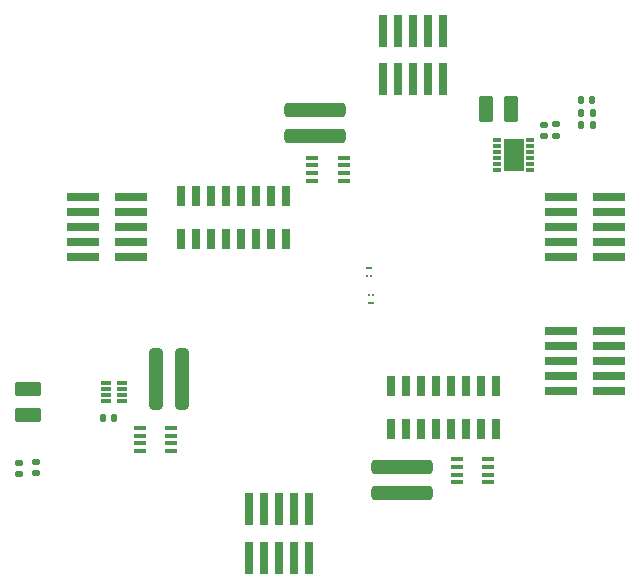
<source format=gbp>
G04 #@! TF.GenerationSoftware,KiCad,Pcbnew,7.0.2*
G04 #@! TF.CreationDate,2023-06-06T15:13:29-04:00*
G04 #@! TF.ProjectId,baseplate,62617365-706c-4617-9465-2e6b69636164,rev?*
G04 #@! TF.SameCoordinates,Original*
G04 #@! TF.FileFunction,Paste,Bot*
G04 #@! TF.FilePolarity,Positive*
%FSLAX46Y46*%
G04 Gerber Fmt 4.6, Leading zero omitted, Abs format (unit mm)*
G04 Created by KiCad (PCBNEW 7.0.2) date 2023-06-06 15:13:29*
%MOMM*%
%LPD*%
G01*
G04 APERTURE LIST*
G04 Aperture macros list*
%AMRoundRect*
0 Rectangle with rounded corners*
0 $1 Rounding radius*
0 $2 $3 $4 $5 $6 $7 $8 $9 X,Y pos of 4 corners*
0 Add a 4 corners polygon primitive as box body*
4,1,4,$2,$3,$4,$5,$6,$7,$8,$9,$2,$3,0*
0 Add four circle primitives for the rounded corners*
1,1,$1+$1,$2,$3*
1,1,$1+$1,$4,$5*
1,1,$1+$1,$6,$7*
1,1,$1+$1,$8,$9*
0 Add four rect primitives between the rounded corners*
20,1,$1+$1,$2,$3,$4,$5,0*
20,1,$1+$1,$4,$5,$6,$7,0*
20,1,$1+$1,$6,$7,$8,$9,0*
20,1,$1+$1,$8,$9,$2,$3,0*%
G04 Aperture macros list end*
%ADD10R,0.736600X1.676400*%
%ADD11RoundRect,0.140000X-0.170000X0.140000X-0.170000X-0.140000X0.170000X-0.140000X0.170000X0.140000X0*%
%ADD12RoundRect,0.140000X-0.140000X-0.170000X0.140000X-0.170000X0.140000X0.170000X-0.140000X0.170000X0*%
%ADD13RoundRect,0.250000X2.350000X-0.325000X2.350000X0.325000X-2.350000X0.325000X-2.350000X-0.325000X0*%
%ADD14R,0.740000X2.790000*%
%ADD15RoundRect,0.008100X0.421900X0.126900X-0.421900X0.126900X-0.421900X-0.126900X0.421900X-0.126900X0*%
%ADD16R,0.650000X0.300000*%
%ADD17R,1.750000X2.750000*%
%ADD18RoundRect,0.140000X0.140000X0.170000X-0.140000X0.170000X-0.140000X-0.170000X0.140000X-0.170000X0*%
%ADD19R,0.150000X0.250000*%
%ADD20R,0.500000X0.250000*%
%ADD21R,2.790000X0.740000*%
%ADD22R,1.050000X0.450000*%
%ADD23RoundRect,0.250000X0.850000X-0.375000X0.850000X0.375000X-0.850000X0.375000X-0.850000X-0.375000X0*%
%ADD24RoundRect,0.250000X-0.325000X-2.350000X0.325000X-2.350000X0.325000X2.350000X-0.325000X2.350000X0*%
%ADD25RoundRect,0.250000X0.375000X0.850000X-0.375000X0.850000X-0.375000X-0.850000X0.375000X-0.850000X0*%
G04 APERTURE END LIST*
D10*
X109670000Y-70758500D03*
X109670000Y-74441500D03*
X108400000Y-70758500D03*
X108400000Y-74441500D03*
X107130000Y-70758500D03*
X107130000Y-74441500D03*
X105860000Y-70758500D03*
X105860000Y-74441500D03*
X104590000Y-70758500D03*
X104590000Y-74441500D03*
X103320000Y-70758500D03*
X103320000Y-74441500D03*
X102050000Y-70758500D03*
X102050000Y-74441500D03*
X100780000Y-70758500D03*
X100780000Y-74441500D03*
D11*
X70730000Y-77200000D03*
X70730000Y-78160000D03*
D12*
X116910000Y-46550000D03*
X117870000Y-46550000D03*
D13*
X94400000Y-49650000D03*
X94400000Y-47400000D03*
D12*
X116940000Y-47650000D03*
X117900000Y-47650000D03*
D14*
X105200000Y-44770000D03*
X105200000Y-40700000D03*
X103930000Y-44770000D03*
X103930000Y-40700000D03*
X102660000Y-44770000D03*
X102660000Y-40700000D03*
X101390000Y-44770000D03*
X101390000Y-40700000D03*
X100120000Y-44770000D03*
X100120000Y-40700000D03*
D11*
X69330000Y-77260000D03*
X69330000Y-78220000D03*
D15*
X78060000Y-70530000D03*
X78060000Y-71030000D03*
X78060000Y-71530000D03*
X78060000Y-72030000D03*
X76690000Y-72030000D03*
X76690000Y-71530000D03*
X76690000Y-71030000D03*
X76690000Y-70530000D03*
D16*
X112600000Y-49950000D03*
X112600000Y-50450000D03*
X112600000Y-50950000D03*
X112600000Y-51450000D03*
X112600000Y-51950000D03*
X112600000Y-52450000D03*
X109800000Y-52450000D03*
X109800000Y-51950000D03*
X109800000Y-51450000D03*
X109800000Y-50950000D03*
X109800000Y-50450000D03*
X109800000Y-49950000D03*
D17*
X111200000Y-51200000D03*
D18*
X77400000Y-73490000D03*
X76440000Y-73490000D03*
D11*
X113730000Y-48640000D03*
X113730000Y-49600000D03*
D19*
X98765000Y-61464000D03*
X99119000Y-61464000D03*
D20*
X98945000Y-60813000D03*
D21*
X119300000Y-54800000D03*
X115230000Y-54800000D03*
X119300000Y-56070000D03*
X115230000Y-56070000D03*
X119300000Y-57340000D03*
X115230000Y-57340000D03*
X119300000Y-58610000D03*
X115230000Y-58610000D03*
X119300000Y-59880000D03*
X115230000Y-59880000D03*
X78770000Y-54800000D03*
X74700000Y-54800000D03*
X78770000Y-56070000D03*
X74700000Y-56070000D03*
X78770000Y-57340000D03*
X74700000Y-57340000D03*
X78770000Y-58610000D03*
X74700000Y-58610000D03*
X78770000Y-59880000D03*
X74700000Y-59880000D03*
D22*
X96800000Y-51450000D03*
X96800000Y-52100000D03*
X96800000Y-52750000D03*
X96800000Y-53400000D03*
X94150000Y-53400000D03*
X94150000Y-52750000D03*
X94150000Y-52100000D03*
X94150000Y-51450000D03*
D13*
X101710000Y-79845000D03*
X101710000Y-77595000D03*
D21*
X119300000Y-66120000D03*
X115230000Y-66120000D03*
X119300000Y-67390000D03*
X115230000Y-67390000D03*
X119300000Y-68660000D03*
X115230000Y-68660000D03*
X119300000Y-69930000D03*
X115230000Y-69930000D03*
X119300000Y-71200000D03*
X115230000Y-71200000D03*
D23*
X70100000Y-73215000D03*
X70100000Y-71065000D03*
D22*
X82225000Y-74325000D03*
X82225000Y-74975000D03*
X82225000Y-75625000D03*
X82225000Y-76275000D03*
X79575000Y-76275000D03*
X79575000Y-75625000D03*
X79575000Y-74975000D03*
X79575000Y-74325000D03*
X109065000Y-78945000D03*
X109065000Y-78295000D03*
X109065000Y-77645000D03*
X109065000Y-76995000D03*
X106415000Y-76995000D03*
X106415000Y-77645000D03*
X106415000Y-78295000D03*
X106415000Y-78945000D03*
D24*
X80900000Y-70150000D03*
X83150000Y-70150000D03*
D14*
X93880000Y-85300000D03*
X93880000Y-81230000D03*
X92610000Y-85300000D03*
X92610000Y-81230000D03*
X91340000Y-85300000D03*
X91340000Y-81230000D03*
X90070000Y-85300000D03*
X90070000Y-81230000D03*
X88800000Y-85300000D03*
X88800000Y-81230000D03*
D25*
X111000000Y-47300000D03*
X108850000Y-47300000D03*
D12*
X116920000Y-48700000D03*
X117880000Y-48700000D03*
D11*
X114770000Y-48610000D03*
X114770000Y-49570000D03*
D10*
X91895000Y-54658500D03*
X91895000Y-58341500D03*
X90625000Y-54658500D03*
X90625000Y-58341500D03*
X89355000Y-54658500D03*
X89355000Y-58341500D03*
X88085000Y-54658500D03*
X88085000Y-58341500D03*
X86815000Y-54658500D03*
X86815000Y-58341500D03*
X85545000Y-54658500D03*
X85545000Y-58341500D03*
X84275000Y-54658500D03*
X84275000Y-58341500D03*
X83005000Y-54658500D03*
X83005000Y-58341500D03*
D19*
X99309000Y-63081000D03*
X98955000Y-63081000D03*
D20*
X99129000Y-63732000D03*
M02*

</source>
